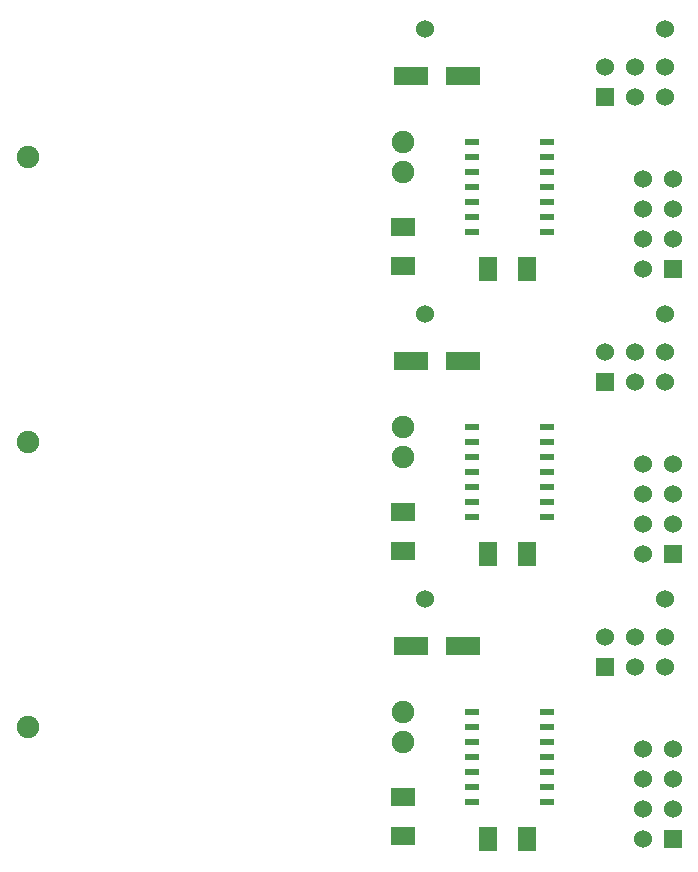
<source format=gts>
G04 #@! TF.FileFunction,Soldermask,Top*
%FSLAX46Y46*%
G04 Gerber Fmt 4.6, Leading zero omitted, Abs format (unit mm)*
G04 Created by KiCad (PCBNEW 4.0.3+e1-6302~38~ubuntu16.04.1-stable) date Mon Aug 15 18:15:02 2016*
%MOMM*%
%LPD*%
G01*
G04 APERTURE LIST*
%ADD10C,0.150000*%
%ADD11R,2.999740X1.600200*%
%ADD12C,1.905000*%
%ADD13R,1.524000X2.032000*%
%ADD14R,2.032000X1.524000*%
%ADD15C,1.524000*%
%ADD16R,1.143000X0.508000*%
%ADD17R,1.524000X1.524000*%
G04 APERTURE END LIST*
D10*
D11*
X55902860Y-49720500D03*
X60302140Y-49720500D03*
D12*
X55245000Y-57785000D03*
X23495000Y-56515000D03*
X55245000Y-55245000D03*
D13*
X65786000Y-66040000D03*
X62484000Y-66040000D03*
D14*
X55245000Y-62484000D03*
X55245000Y-65786000D03*
D15*
X57150000Y-45720000D03*
X77470000Y-45720000D03*
D16*
X67437000Y-62865000D03*
X67437000Y-61595000D03*
X67437000Y-60325000D03*
X67437000Y-59055000D03*
X67437000Y-57785000D03*
X67437000Y-56515000D03*
X67437000Y-55245000D03*
X61087000Y-55245000D03*
X61087000Y-56515000D03*
X61087000Y-59055000D03*
X61087000Y-60325000D03*
X61087000Y-61595000D03*
X61087000Y-62865000D03*
X61087000Y-57785000D03*
D17*
X72390000Y-51435000D03*
D15*
X72390000Y-48895000D03*
X74930000Y-51435000D03*
X74930000Y-48895000D03*
X77470000Y-51435000D03*
X77470000Y-48895000D03*
D17*
X78105000Y-66040000D03*
D15*
X75565000Y-66040000D03*
X78105000Y-63500000D03*
X75565000Y-63500000D03*
X78105000Y-60960000D03*
X75565000Y-60960000D03*
X78105000Y-58420000D03*
X75565000Y-58420000D03*
D11*
X55902860Y-73850500D03*
X60302140Y-73850500D03*
D12*
X55245000Y-81915000D03*
X23495000Y-80645000D03*
X55245000Y-79375000D03*
D13*
X65786000Y-90170000D03*
X62484000Y-90170000D03*
D14*
X55245000Y-86614000D03*
X55245000Y-89916000D03*
D15*
X57150000Y-69850000D03*
X77470000Y-69850000D03*
D16*
X67437000Y-86995000D03*
X67437000Y-85725000D03*
X67437000Y-84455000D03*
X67437000Y-83185000D03*
X67437000Y-81915000D03*
X67437000Y-80645000D03*
X67437000Y-79375000D03*
X61087000Y-79375000D03*
X61087000Y-80645000D03*
X61087000Y-83185000D03*
X61087000Y-84455000D03*
X61087000Y-85725000D03*
X61087000Y-86995000D03*
X61087000Y-81915000D03*
D17*
X72390000Y-75565000D03*
D15*
X72390000Y-73025000D03*
X74930000Y-75565000D03*
X74930000Y-73025000D03*
X77470000Y-75565000D03*
X77470000Y-73025000D03*
D17*
X78105000Y-90170000D03*
D15*
X75565000Y-90170000D03*
X78105000Y-87630000D03*
X75565000Y-87630000D03*
X78105000Y-85090000D03*
X75565000Y-85090000D03*
X78105000Y-82550000D03*
X75565000Y-82550000D03*
D17*
X78105000Y-41910000D03*
D15*
X75565000Y-41910000D03*
X78105000Y-39370000D03*
X75565000Y-39370000D03*
X78105000Y-36830000D03*
X75565000Y-36830000D03*
X78105000Y-34290000D03*
X75565000Y-34290000D03*
D17*
X72390000Y-27305000D03*
D15*
X72390000Y-24765000D03*
X74930000Y-27305000D03*
X74930000Y-24765000D03*
X77470000Y-27305000D03*
X77470000Y-24765000D03*
D16*
X67437000Y-38735000D03*
X67437000Y-37465000D03*
X67437000Y-36195000D03*
X67437000Y-34925000D03*
X67437000Y-33655000D03*
X67437000Y-32385000D03*
X67437000Y-31115000D03*
X61087000Y-31115000D03*
X61087000Y-32385000D03*
X61087000Y-34925000D03*
X61087000Y-36195000D03*
X61087000Y-37465000D03*
X61087000Y-38735000D03*
X61087000Y-33655000D03*
D15*
X57150000Y-21590000D03*
X77470000Y-21590000D03*
D14*
X55245000Y-38354000D03*
X55245000Y-41656000D03*
D13*
X65786000Y-41910000D03*
X62484000Y-41910000D03*
D12*
X55245000Y-33655000D03*
X23495000Y-32385000D03*
X55245000Y-31115000D03*
D11*
X55902860Y-25590500D03*
X60302140Y-25590500D03*
M02*

</source>
